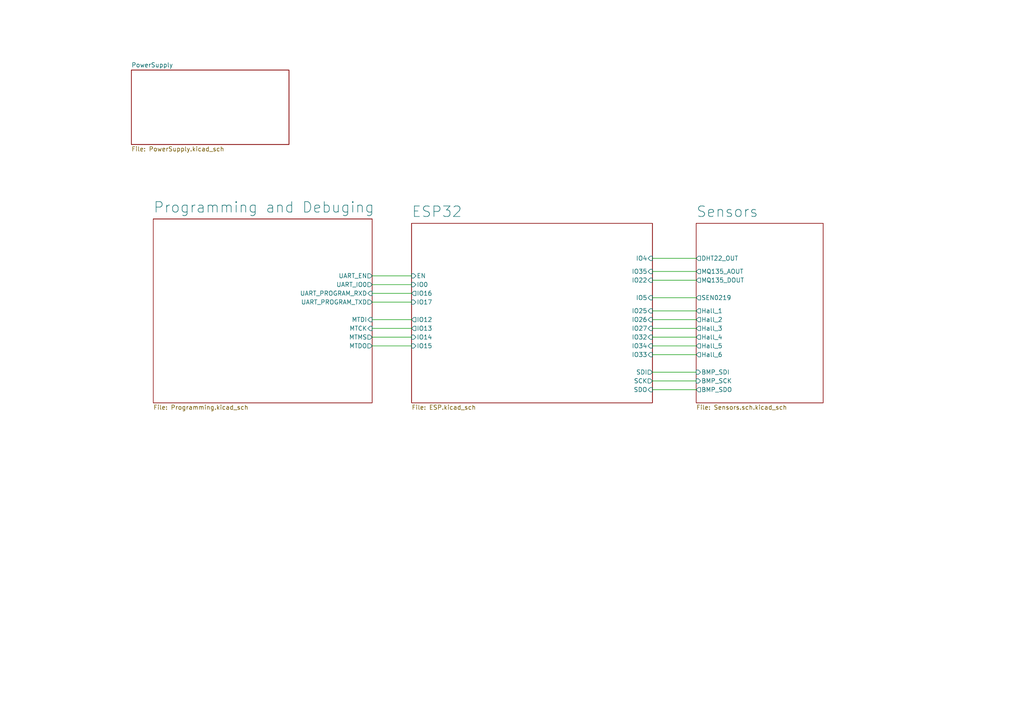
<source format=kicad_sch>
(kicad_sch
	(version 20231120)
	(generator "eeschema")
	(generator_version "8.0")
	(uuid "c76e8e74-1f9a-4d6f-ac1c-451a63f003ec")
	(paper "A4")
	(title_block
		(title "Weather Monitor")
		(rev "v1.0")
		(company "KN ONYKS")
		(comment 1 "Designer: Valentyn Anatoliev")
	)
	(lib_symbols)
	(wire
		(pts
			(xy 107.95 95.25) (xy 119.38 95.25)
		)
		(stroke
			(width 0)
			(type default)
		)
		(uuid "00dded60-8187-4536-9cb4-9552a480a461")
	)
	(wire
		(pts
			(xy 189.23 92.71) (xy 201.93 92.71)
		)
		(stroke
			(width 0)
			(type default)
		)
		(uuid "02130163-51dd-4e53-9add-25dd873b0092")
	)
	(wire
		(pts
			(xy 189.23 78.74) (xy 201.93 78.74)
		)
		(stroke
			(width 0)
			(type default)
		)
		(uuid "02c4bcdb-a130-40ff-bf9f-d034092b4eb1")
	)
	(wire
		(pts
			(xy 189.23 86.36) (xy 201.93 86.36)
		)
		(stroke
			(width 0)
			(type default)
		)
		(uuid "0598e34d-faa0-449d-b0f9-99a4f67c5662")
	)
	(wire
		(pts
			(xy 189.23 113.03) (xy 201.93 113.03)
		)
		(stroke
			(width 0)
			(type default)
		)
		(uuid "10906136-84a1-4cc2-b23c-b119b0f5df47")
	)
	(wire
		(pts
			(xy 107.95 100.33) (xy 119.38 100.33)
		)
		(stroke
			(width 0)
			(type default)
		)
		(uuid "204ec7d2-f956-4239-8eb2-e6215411e974")
	)
	(wire
		(pts
			(xy 189.23 102.87) (xy 201.93 102.87)
		)
		(stroke
			(width 0)
			(type default)
		)
		(uuid "3ad6b6ee-a84b-4940-8745-bf26b5364296")
	)
	(wire
		(pts
			(xy 107.95 87.63) (xy 119.38 87.63)
		)
		(stroke
			(width 0)
			(type default)
		)
		(uuid "4050dc5a-8132-49b1-bb21-410a6e8303e7")
	)
	(wire
		(pts
			(xy 189.23 74.93) (xy 201.93 74.93)
		)
		(stroke
			(width 0)
			(type default)
		)
		(uuid "4bde02ae-437c-4889-ad71-3c3696666a98")
	)
	(wire
		(pts
			(xy 189.23 110.49) (xy 201.93 110.49)
		)
		(stroke
			(width 0)
			(type default)
		)
		(uuid "4ebb29f6-b551-4dc5-ac2a-0e6b680d2d38")
	)
	(wire
		(pts
			(xy 189.23 81.28) (xy 201.93 81.28)
		)
		(stroke
			(width 0)
			(type default)
		)
		(uuid "7c07b5af-2cfd-4cc1-9859-a07b04675e4a")
	)
	(wire
		(pts
			(xy 107.95 80.01) (xy 119.38 80.01)
		)
		(stroke
			(width 0)
			(type default)
		)
		(uuid "859f1110-0bd1-4cd2-a264-b93b13112c08")
	)
	(wire
		(pts
			(xy 189.23 95.25) (xy 201.93 95.25)
		)
		(stroke
			(width 0)
			(type default)
		)
		(uuid "96084f0b-3152-4be3-84c0-e45ea66b6ac2")
	)
	(wire
		(pts
			(xy 189.23 107.95) (xy 201.93 107.95)
		)
		(stroke
			(width 0)
			(type default)
		)
		(uuid "a671a96b-430f-432f-ae4e-8ca1f109cd0d")
	)
	(wire
		(pts
			(xy 189.23 100.33) (xy 201.93 100.33)
		)
		(stroke
			(width 0)
			(type default)
		)
		(uuid "a807ad4d-2708-42af-9312-f7163128d2be")
	)
	(wire
		(pts
			(xy 107.95 97.79) (xy 119.38 97.79)
		)
		(stroke
			(width 0)
			(type default)
		)
		(uuid "b216da0a-3ee6-4b1b-9f63-c2fe9a4e874d")
	)
	(wire
		(pts
			(xy 107.95 92.71) (xy 119.38 92.71)
		)
		(stroke
			(width 0)
			(type default)
		)
		(uuid "c7888596-e42f-406d-afc3-4060811296c2")
	)
	(wire
		(pts
			(xy 189.23 97.79) (xy 201.93 97.79)
		)
		(stroke
			(width 0)
			(type default)
		)
		(uuid "e5b50da7-add5-4e38-bc49-c73790bc6ee7")
	)
	(wire
		(pts
			(xy 189.23 90.17) (xy 201.93 90.17)
		)
		(stroke
			(width 0)
			(type default)
		)
		(uuid "f116bd10-3d93-432d-9ee6-60206ff618c2")
	)
	(wire
		(pts
			(xy 107.95 82.55) (xy 119.38 82.55)
		)
		(stroke
			(width 0)
			(type default)
		)
		(uuid "f1dab19f-04e1-4fe7-af84-d8dd7fb2bc4e")
	)
	(wire
		(pts
			(xy 107.95 85.09) (xy 119.38 85.09)
		)
		(stroke
			(width 0)
			(type default)
		)
		(uuid "f9b403f2-e139-46a3-9b95-2674ecf55646")
	)
	(sheet
		(at 119.38 64.77)
		(size 69.85 52.07)
		(fields_autoplaced yes)
		(stroke
			(width 0.1524)
			(type solid)
		)
		(fill
			(color 0 0 0 0.0000)
		)
		(uuid "19a189ed-44a0-4af4-a859-5e4d3fe86a4b")
		(property "Sheetname" "ESP32"
			(at 119.38 63.1694 0)
			(effects
				(font
					(size 3.048 3.048)
				)
				(justify left bottom)
			)
		)
		(property "Sheetfile" "ESP.kicad_sch"
			(at 119.38 117.4246 0)
			(effects
				(font
					(size 1.27 1.27)
				)
				(justify left top)
			)
		)
		(pin "IO4" input
			(at 189.23 74.93 0)
			(effects
				(font
					(size 1.27 1.27)
				)
				(justify right)
			)
			(uuid "74c3d30c-2417-443b-99cd-b675791e1331")
		)
		(pin "IO17" input
			(at 119.38 87.63 180)
			(effects
				(font
					(size 1.27 1.27)
				)
				(justify left)
			)
			(uuid "7032b79a-bc96-42e0-b9f5-82961a2cef49")
		)
		(pin "IO16" output
			(at 119.38 85.09 180)
			(effects
				(font
					(size 1.27 1.27)
				)
				(justify left)
			)
			(uuid "f93a28d6-285b-472d-b88e-c45bd645ca08")
		)
		(pin "IO5" input
			(at 189.23 86.36 0)
			(effects
				(font
					(size 1.27 1.27)
				)
				(justify right)
			)
			(uuid "e05d6306-8343-4cdd-8518-afc99622b4c7")
		)
		(pin "IO12" output
			(at 119.38 92.71 180)
			(effects
				(font
					(size 1.27 1.27)
				)
				(justify left)
			)
			(uuid "486b92d1-6ddc-47d2-8d7e-40392c772d22")
		)
		(pin "IO13" output
			(at 119.38 95.25 180)
			(effects
				(font
					(size 1.27 1.27)
				)
				(justify left)
			)
			(uuid "e6b2f7be-2b91-4471-93c9-dfd702f192da")
		)
		(pin "IO14" input
			(at 119.38 97.79 180)
			(effects
				(font
					(size 1.27 1.27)
				)
				(justify left)
			)
			(uuid "77afe789-4a77-4a82-9c96-58c615c1c5e9")
		)
		(pin "IO15" input
			(at 119.38 100.33 180)
			(effects
				(font
					(size 1.27 1.27)
				)
				(justify left)
			)
			(uuid "e9a48c04-c871-4de3-825a-81a3718b055a")
		)
		(pin "SCK" output
			(at 189.23 110.49 0)
			(effects
				(font
					(size 1.27 1.27)
				)
				(justify right)
			)
			(uuid "b99cf648-4c6c-44e3-89fa-b8edd67ac045")
		)
		(pin "SDI" output
			(at 189.23 107.95 0)
			(effects
				(font
					(size 1.27 1.27)
				)
				(justify right)
			)
			(uuid "553a60b0-9d87-4b62-ac87-8cc14c8cc380")
		)
		(pin "IO32" input
			(at 189.23 97.79 0)
			(effects
				(font
					(size 1.27 1.27)
				)
				(justify right)
			)
			(uuid "ff590e23-16f6-4c73-a8a4-e114d184ffd9")
		)
		(pin "IO25" input
			(at 189.23 90.17 0)
			(effects
				(font
					(size 1.27 1.27)
				)
				(justify right)
			)
			(uuid "201f5d2f-87dd-4024-b937-e14c29ff1408")
		)
		(pin "IO22" input
			(at 189.23 81.28 0)
			(effects
				(font
					(size 1.27 1.27)
				)
				(justify right)
			)
			(uuid "3178c6c5-3abe-41da-97eb-3d97cccbe990")
		)
		(pin "IO26" input
			(at 189.23 92.71 0)
			(effects
				(font
					(size 1.27 1.27)
				)
				(justify right)
			)
			(uuid "8f863c4d-4f2d-4d9a-b6d2-8ddd962f5871")
		)
		(pin "IO27" input
			(at 189.23 95.25 0)
			(effects
				(font
					(size 1.27 1.27)
				)
				(justify right)
			)
			(uuid "796ae34b-6968-4d32-9b22-0effdb59734c")
		)
		(pin "EN" input
			(at 119.38 80.01 180)
			(effects
				(font
					(size 1.27 1.27)
				)
				(justify left)
			)
			(uuid "77bc0f2e-dcd0-4a34-a26b-991eb0efcf0b")
		)
		(pin "SDO" input
			(at 189.23 113.03 0)
			(effects
				(font
					(size 1.27 1.27)
				)
				(justify right)
			)
			(uuid "3b838f4e-4482-40a7-a1c1-5a5215a650f7")
		)
		(pin "IO0" input
			(at 119.38 82.55 180)
			(effects
				(font
					(size 1.27 1.27)
				)
				(justify left)
			)
			(uuid "2c24b971-e0b6-4ce8-8e38-06aa3a205de6")
		)
		(pin "IO33" input
			(at 189.23 102.87 0)
			(effects
				(font
					(size 1.27 1.27)
				)
				(justify right)
			)
			(uuid "7eccc008-cbb9-400b-8cb3-7e84f2a5a723")
		)
		(pin "IO34" input
			(at 189.23 100.33 0)
			(effects
				(font
					(size 1.27 1.27)
				)
				(justify right)
			)
			(uuid "aed53fc5-4732-4a38-b2d9-cb3f2d1868c8")
		)
		(pin "IO35" input
			(at 189.23 78.74 0)
			(effects
				(font
					(size 1.27 1.27)
				)
				(justify right)
			)
			(uuid "7c77437b-62a5-432d-9be8-07be056023ee")
		)
		(instances
			(project "onyks-iot-monitor-weather-pcb"
				(path "/c76e8e74-1f9a-4d6f-ac1c-451a63f003ec"
					(page "2")
				)
			)
		)
	)
	(sheet
		(at 44.45 63.5)
		(size 63.5 53.34)
		(fields_autoplaced yes)
		(stroke
			(width 0.1524)
			(type solid)
		)
		(fill
			(color 0 0 0 0.0000)
		)
		(uuid "3b26de5c-64d8-42f9-83cc-93c7a8d50278")
		(property "Sheetname" "Programming and Debuging"
			(at 44.45 61.8994 0)
			(effects
				(font
					(size 3.048 3.048)
				)
				(justify left bottom)
			)
		)
		(property "Sheetfile" "Programming.kicad_sch"
			(at 44.45 117.4246 0)
			(effects
				(font
					(size 1.27 1.27)
				)
				(justify left top)
			)
		)
		(pin "MTMS" output
			(at 107.95 97.79 0)
			(effects
				(font
					(size 1.27 1.27)
				)
				(justify right)
			)
			(uuid "19a91638-ace9-4571-aa8e-22014e76bb71")
		)
		(pin "MTCK" input
			(at 107.95 95.25 0)
			(effects
				(font
					(size 1.27 1.27)
				)
				(justify right)
			)
			(uuid "cf0314c9-c41a-49e7-8b5f-83f1982e28d5")
		)
		(pin "MTDO" output
			(at 107.95 100.33 0)
			(effects
				(font
					(size 1.27 1.27)
				)
				(justify right)
			)
			(uuid "5dfb3143-cba2-4cb2-8c56-cd0de9c06d2e")
		)
		(pin "MTDI" input
			(at 107.95 92.71 0)
			(effects
				(font
					(size 1.27 1.27)
				)
				(justify right)
			)
			(uuid "ccf87b7d-dc67-4b09-9ef5-208a1cebe065")
		)
		(pin "UART_EN" output
			(at 107.95 80.01 0)
			(effects
				(font
					(size 1.27 1.27)
				)
				(justify right)
			)
			(uuid "b95f2271-b64d-4ee4-bba8-4274b60e00d0")
		)
		(pin "UART_IO0" output
			(at 107.95 82.55 0)
			(effects
				(font
					(size 1.27 1.27)
				)
				(justify right)
			)
			(uuid "70bb7375-0144-4f38-b09b-e00e93c1e100")
		)
		(pin "UART_PROGRAM_RXD" input
			(at 107.95 85.09 0)
			(effects
				(font
					(size 1.27 1.27)
				)
				(justify right)
			)
			(uuid "2c550170-3443-4cce-92a3-bc7568447373")
		)
		(pin "UART_PROGRAM_TXD" output
			(at 107.95 87.63 0)
			(effects
				(font
					(size 1.27 1.27)
				)
				(justify right)
			)
			(uuid "565701b3-c069-46ef-b019-096cda272e4e")
		)
		(instances
			(project "onyks-iot-monitor-weather-pcb"
				(path "/c76e8e74-1f9a-4d6f-ac1c-451a63f003ec"
					(page "4")
				)
			)
		)
	)
	(sheet
		(at 38.1 20.32)
		(size 45.72 21.59)
		(fields_autoplaced yes)
		(stroke
			(width 0.1524)
			(type solid)
		)
		(fill
			(color 0 0 0 0.0000)
		)
		(uuid "4049f0f5-bfbe-4f91-bfe5-144f66e42b37")
		(property "Sheetname" "PowerSupply"
			(at 38.1 19.6084 0)
			(effects
				(font
					(size 1.27 1.27)
				)
				(justify left bottom)
			)
		)
		(property "Sheetfile" "PowerSupply.kicad_sch"
			(at 38.1 42.4946 0)
			(effects
				(font
					(size 1.27 1.27)
				)
				(justify left top)
			)
		)
		(instances
			(project "onyks-iot-monitor-weather-pcb"
				(path "/c76e8e74-1f9a-4d6f-ac1c-451a63f003ec"
					(page "5")
				)
			)
		)
	)
	(sheet
		(at 201.93 64.77)
		(size 36.83 52.07)
		(fields_autoplaced yes)
		(stroke
			(width 0.1524)
			(type solid)
		)
		(fill
			(color 0 0 0 0.0000)
		)
		(uuid "aaa2d2d3-9f42-4388-a439-eab06cfbebc7")
		(property "Sheetname" "Sensors"
			(at 201.93 63.1694 0)
			(effects
				(font
					(size 3.048 3.048)
				)
				(justify left bottom)
			)
		)
		(property "Sheetfile" "Sensors.sch.kicad_sch"
			(at 201.93 117.4246 0)
			(effects
				(font
					(size 1.27 1.27)
				)
				(justify left top)
			)
		)
		(pin "DHT22_OUT" output
			(at 201.93 74.93 180)
			(effects
				(font
					(size 1.27 1.27)
				)
				(justify left)
			)
			(uuid "ee56d459-31b0-47f1-bfa7-f00dc41dee10")
		)
		(pin "MQ135_AOUT" output
			(at 201.93 78.74 180)
			(effects
				(font
					(size 1.27 1.27)
				)
				(justify left)
			)
			(uuid "07b950e3-28e2-428e-9913-b8ab6d34a37d")
		)
		(pin "MQ135_DOUT" output
			(at 201.93 81.28 180)
			(effects
				(font
					(size 1.27 1.27)
				)
				(justify left)
			)
			(uuid "dea5fca4-90d7-4d6d-a5ac-17b75e3592d2")
		)
		(pin "SEN0219" output
			(at 201.93 86.36 180)
			(effects
				(font
					(size 1.27 1.27)
				)
				(justify left)
			)
			(uuid "2c295ece-225e-4a49-822e-2d60aaaf736e")
		)
		(pin "Hall_1" output
			(at 201.93 90.17 180)
			(effects
				(font
					(size 1.27 1.27)
				)
				(justify left)
			)
			(uuid "c68b19ef-df3e-43b7-a01f-3a3590edf857")
		)
		(pin "Hall_5" output
			(at 201.93 100.33 180)
			(effects
				(font
					(size 1.27 1.27)
				)
				(justify left)
			)
			(uuid "27e103fd-28a3-4c48-8cc8-a5bd220c4ccd")
		)
		(pin "Hall_4" output
			(at 201.93 97.79 180)
			(effects
				(font
					(size 1.27 1.27)
				)
				(justify left)
			)
			(uuid "9cdaa1a1-5974-46dc-9a72-4fb54e1c3c2f")
		)
		(pin "Hall_6" output
			(at 201.93 102.87 180)
			(effects
				(font
					(size 1.27 1.27)
				)
				(justify left)
			)
			(uuid "9a4d2034-a45c-468a-8903-b34f3172d503")
		)
		(pin "BMP_SDI" input
			(at 201.93 107.95 180)
			(effects
				(font
					(size 1.27 1.27)
				)
				(justify left)
			)
			(uuid "3d67dbfd-add6-476f-be41-13fe1f0633ac")
		)
		(pin "BMP_SCK" input
			(at 201.93 110.49 180)
			(effects
				(font
					(size 1.27 1.27)
				)
				(justify left)
			)
			(uuid "8d66cac1-c00e-4a80-aff7-627012a2b33c")
		)
		(pin "BMP_SDO" output
			(at 201.93 113.03 180)
			(effects
				(font
					(size 1.27 1.27)
				)
				(justify left)
			)
			(uuid "ec7fbd78-6683-4d42-a98d-5c252485239a")
		)
		(pin "Hall_3" output
			(at 201.93 95.25 180)
			(effects
				(font
					(size 1.27 1.27)
				)
				(justify left)
			)
			(uuid "1a2a738e-9552-41d6-a91a-3e7ee449669b")
		)
		(pin "Hall_2" output
			(at 201.93 92.71 180)
			(effects
				(font
					(size 1.27 1.27)
				)
				(justify left)
			)
			(uuid "218e11e5-2717-452b-ab8b-ad81eb23592f")
		)
		(instances
			(project "onyks-iot-monitor-weather-pcb"
				(path "/c76e8e74-1f9a-4d6f-ac1c-451a63f003ec"
					(page "3")
				)
			)
		)
	)
	(sheet_instances
		(path "/"
			(page "1")
		)
	)
)

</source>
